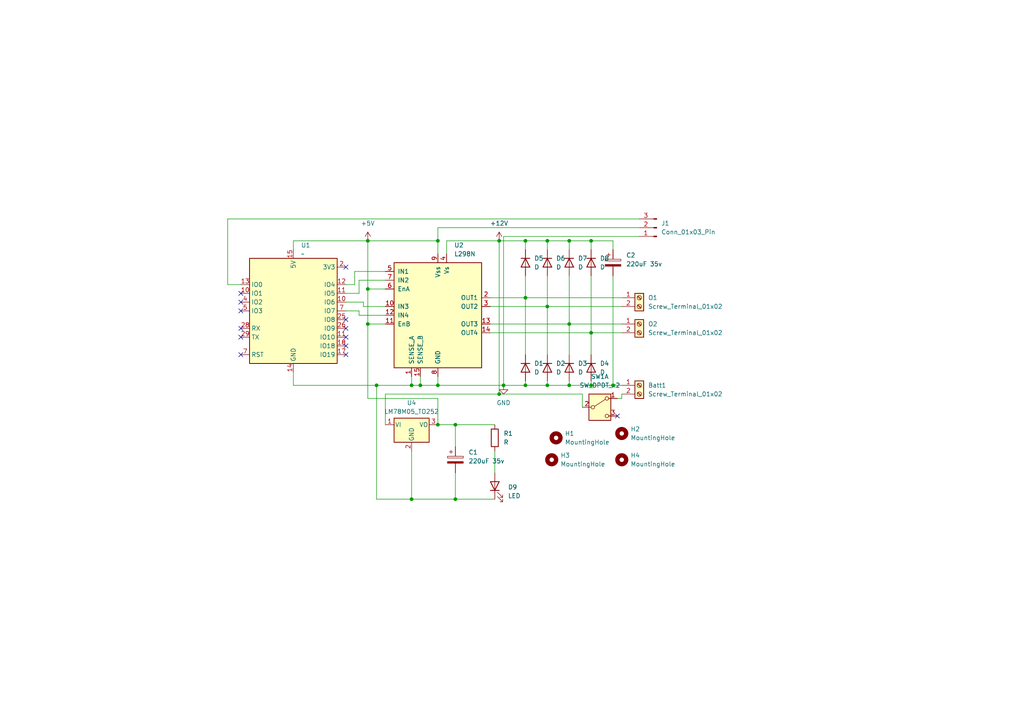
<source format=kicad_sch>
(kicad_sch (version 20231120) (generator "eeschema") (generator_version "8.0")
  (paper "A4")
  (lib_symbols
    (symbol "Connector:Conn_01x03_Pin" (pin_names (offset 1.016) hide)
      (property "Reference" "J" (at 0 5.08 0))
      (property "Value" "Conn_01x03_Pin" (at 0 -5.08 0))
      (symbol "Conn_01x03_Pin_1_1"
        (polyline (pts (xy 1.27 -2.54) (xy 0.8636 -2.54)) (stroke (width 0.1524)))
        (polyline (pts (xy 1.27 0) (xy 0.8636 0)) (stroke (width 0.1524)))
        (polyline (pts (xy 1.27 2.54) (xy 0.8636 2.54)) (stroke (width 0.1524)))
        (rectangle (start 0.8636 -2.413) (end 0 -2.667) (stroke (width 0.1524)) (fill (type outline)))
        (rectangle (start 0.8636 0.127) (end 0 -0.127) (stroke (width 0.1524)) (fill (type outline)))
        (rectangle (start 0.8636 2.667) (end 0 2.413) (stroke (width 0.1524)) (fill (type outline)))
        (pin passive line (at 5.08 2.54 180) (length 3.81) (name "Pin_1") (number "1"))
        (pin passive line (at 5.08 0 180) (length 3.81) (name "Pin_2") (number "2"))
        (pin passive line (at 5.08 -2.54 180) (length 3.81) (name "Pin_3") (number "3"))
      )
    )
    (symbol "Connector:Screw_Terminal_01x02" (pin_names (offset 1.016) hide)
      (property "Reference" "J" (at 0 2.54 0))
      (property "Value" "Screw_Terminal_01x02" (at 0 -5.08 0))
      (symbol "Screw_Terminal_01x02_1_1"
        (rectangle (start -1.27 1.27) (end 1.27 -3.81) (stroke (width 0.254)) (fill (type background)))
        (circle (center 0 -2.54) (radius 0.635) (stroke (width 0.1524)))
        (polyline (pts (xy -0.5334 -2.2098) (xy 0.3302 -3.048)) (stroke (width 0.1524)))
        (polyline (pts (xy -0.5334 0.3302) (xy 0.3302 -0.508)) (stroke (width 0.1524)))
        (polyline (pts (xy -0.3556 -2.032) (xy 0.508 -2.8702)) (stroke (width 0.1524)))
        (polyline (pts (xy -0.3556 0.508) (xy 0.508 -0.3302)) (stroke (width 0.1524)))
        (circle (center 0 0) (radius 0.635) (stroke (width 0.1524)))
        (pin passive line (at -5.08 0 0) (length 3.81) (name "Pin_1") (number "1"))
        (pin passive line (at -5.08 -2.54 0) (length 3.81) (name "Pin_2") (number "2"))
      )
    )
    (symbol "Device:C_Polarized" (pin_numbers hide) (pin_names (offset 0.254))
      (property "Reference" "C" (at 0.635 2.54 0))
      (property "Value" "C_Polarized" (at 0.635 -2.54 0))
      (symbol "C_Polarized_0_1"
        (rectangle (start -2.286 0.508) (end 2.286 1.016))
        (polyline (pts (xy -1.778 2.286) (xy -0.762 2.286)))
        (polyline (pts (xy -1.27 2.794) (xy -1.27 1.778)))
        (rectangle (start 2.286 -0.508) (end -2.286 -1.016) (fill (type outline)))
      )
      (symbol "C_Polarized_1_1"
        (pin passive line (at 0 3.81 270) (length 2.794) (name "~") (number "1"))
        (pin passive line (at 0 -3.81 90) (length 2.794) (name "~") (number "2"))
      )
    )
    (symbol "Device:D" (pin_numbers hide) (pin_names (offset 1.016) hide)
      (property "Reference" "D" (at 0 2.54 0))
      (property "Value" "D" (at 0 -2.54 0))
      (symbol "D_0_1"
        (polyline (pts (xy -1.27 1.27) (xy -1.27 -1.27)) (stroke (width 0.254)))
        (polyline (pts (xy 1.27 0) (xy -1.27 0)))
        (polyline (pts (xy 1.27 1.27) (xy 1.27 -1.27) (xy -1.27 0) (xy 1.27 1.27)) (stroke (width 0.254)))
      )
      (symbol "D_1_1"
        (pin passive line (at -3.81 0 0) (length 2.54) (name "K") (number "1"))
        (pin passive line (at 3.81 0 180) (length 2.54) (name "A") (number "2"))
      )
    )
    (symbol "Device:LED" (pin_numbers hide) (pin_names (offset 1.016) hide)
      (property "Reference" "D" (at 0 2.54 0))
      (property "Value" "LED" (at 0 -2.54 0))
      (symbol "LED_0_1"
        (polyline (pts (xy -1.27 -1.27) (xy -1.27 1.27)) (stroke (width 0.254)))
        (polyline (pts (xy -1.27 0) (xy 1.27 0)))
        (polyline (pts (xy 1.27 -1.27) (xy 1.27 1.27) (xy -1.27 0) (xy 1.27 -1.27)) (stroke (width 0.254)))
        (polyline (pts (xy -3.048 -0.762) (xy -4.572 -2.286) (xy -3.81 -2.286) (xy -4.572 -2.286) (xy -4.572 -1.524)))
        (polyline (pts (xy -1.778 -0.762) (xy -3.302 -2.286) (xy -2.54 -2.286) (xy -3.302 -2.286) (xy -3.302 -1.524)))
      )
      (symbol "LED_1_1"
        (pin passive line (at -3.81 0 0) (length 2.54) (name "K") (number "1"))
        (pin passive line (at 3.81 0 180) (length 2.54) (name "A") (number "2"))
      )
    )
    (symbol "Device:R" (pin_numbers hide) (pin_names (offset 0))
      (property "Reference" "R" (at 2.032 0 90))
      (property "Value" "R" (at 0 0 90))
      (symbol "R_0_1"
        (rectangle (start -1.016 -2.54) (end 1.016 2.54) (stroke (width 0.254)))
      )
      (symbol "R_1_1"
        (pin passive line (at 0 3.81 270) (length 1.27) (name "~") (number "1"))
        (pin passive line (at 0 -3.81 90) (length 1.27) (name "~") (number "2"))
      )
    )
    (symbol "Driver_Motor:L298N" (pin_names (offset 1.016))
      (property "Reference" "U" (at -10.16 16.51 0))
      (property "Value" "L298N" (at 12.7 16.51 0))
      (symbol "L298N_0_1"
        (rectangle (start -12.7 15.24) (end 12.7 -15.24) (stroke (width 0.254)) (fill (type background)))
      )
      (symbol "L298N_1_1"
        (pin power_in line (at -7.62 -17.78 90) (length 2.54) (name "SENSE_A") (number "1"))
        (pin input line (at -15.24 2.54 0) (length 2.54) (name "IN3") (number "10"))
        (pin input line (at -15.24 -2.54 0) (length 2.54) (name "EnB") (number "11"))
        (pin input line (at -15.24 0 0) (length 2.54) (name "IN4") (number "12"))
        (pin output line (at 15.24 -2.54 180) (length 2.54) (name "OUT3") (number "13"))
        (pin output line (at 15.24 -5.08 180) (length 2.54) (name "OUT4") (number "14"))
        (pin power_in line (at -5.08 -17.78 90) (length 2.54) (name "SENSE_B") (number "15"))
        (pin output line (at 15.24 5.08 180) (length 2.54) (name "OUT1") (number "2"))
        (pin output line (at 15.24 2.54 180) (length 2.54) (name "OUT2") (number "3"))
        (pin power_in line (at 2.54 17.78 270) (length 2.54) (name "Vs") (number "4"))
        (pin input line (at -15.24 12.7 0) (length 2.54) (name "IN1") (number "5"))
        (pin input line (at -15.24 7.62 0) (length 2.54) (name "EnA") (number "6"))
        (pin input line (at -15.24 10.16 0) (length 2.54) (name "IN2") (number "7"))
        (pin power_in line (at 0 -17.78 90) (length 2.54) (name "GND") (number "8"))
        (pin power_in line (at 0 17.78 270) (length 2.54) (name "Vss") (number "9"))
      )
    )
    (symbol "Mechanical:MountingHole" (pin_names (offset 1.016)) (exclude_from_sim yes) (in_bom no)
      (property "Reference" "H" (at 0 5.08 0))
      (property "Value" "MountingHole" (at 0 3.175 0))
      (symbol "MountingHole_0_1"
        (circle (center 0 0) (radius 1.27) (stroke (width 1.27)))
      )
    )
    (symbol "RF_Module:espevkit132"
      (property "Reference" "U1" (at 17.4341 31.75 0))
      (property "Value" "~" (at 17.4341 29.21 0))
      (symbol "espevkit132_1_1"
        (rectangle (start 2.54 27.94) (end 27.94 -2.54) (stroke (width 0.254)) (fill (type background)))
        (pin bidirectional line (at 0 17.78 0) (length 2.54) (name "IO1") (number "10"))
        (pin bidirectional line (at 30.48 15.24 180) (length 2.54) (name "IO6") (number "10"))
        (pin bidirectional line (at 30.48 5.08 180) (length 2.54) (name "IO10") (number "11"))
        (pin bidirectional line (at 30.48 17.78 180) (length 2.54) (name "IO5") (number "11"))
        (pin bidirectional line (at 30.48 20.32 180) (length 2.54) (name "IO4") (number "12"))
        (pin bidirectional line (at 0 20.32 0) (length 2.54) (name "IO0") (number "13"))
        (pin power_in line (at 15.24 -5.08 90) (length 2.54) (name "GND") (number "14"))
        (pin passive line (at 15.24 30.48 270) (length 2.54) (name "5V") (number "15"))
        (pin bidirectional line (at 30.48 0 180) (length 2.54) (name "IO19") (number "17"))
        (pin bidirectional line (at 30.48 2.54 180) (length 2.54) (name "IO18") (number "18"))
        (pin power_out line (at 30.48 25.4 180) (length 2.54) (name "3V3") (number "2"))
        (pin bidirectional line (at 30.48 10.16 180) (length 2.54) (name "IO8") (number "25"))
        (pin bidirectional line (at 30.48 7.62 180) (length 2.54) (name "IO9") (number "26"))
        (pin input line (at 0 7.62 0) (length 2.54) (name "RX") (number "28"))
        (pin output line (at 0 5.08 0) (length 2.54) (name "TX") (number "29"))
        (pin passive line (at 30.48 25.4 180) (length 2.54) hide (name "3V3") (number "3"))
        (pin bidirectional line (at 0 15.24 0) (length 2.54) (name "IO2") (number "4"))
        (pin bidirectional line (at 0 12.7 0) (length 2.54) (name "IO3") (number "5"))
        (pin bidirectional line (at 30.48 12.7 180) (length 2.54) (name "IO7") (number "7"))
        (pin input line (at 0 0 0) (length 2.54) (name "RST") (number "7"))
      )
    )
    (symbol "Regulator_Linear:LM78M05_TO252" (pin_names (offset 0.254))
      (property "Reference" "U" (at -3.81 3.175 0))
      (property "Value" "LM78M05_TO252" (at 0 3.175 0))
      (symbol "LM78M05_TO252_0_1"
        (rectangle (start -5.08 1.905) (end 5.08 -5.08) (stroke (width 0.254)) (fill (type background)))
      )
      (symbol "LM78M05_TO252_1_1"
        (pin power_in line (at -7.62 0 0) (length 2.54) (name "VI") (number "1"))
        (pin power_in line (at 0 -7.62 90) (length 2.54) (name "GND") (number "2"))
        (pin power_out line (at 7.62 0 180) (length 2.54) (name "VO") (number "3"))
      )
    )
    (symbol "Switch:SW_DPDT_x2" (pin_names (offset 0) hide)
      (property "Reference" "SW" (at 0 5.08 0))
      (property "Value" "SW_DPDT_x2" (at 0 -5.08 0))
      (symbol "SW_DPDT_x2_0_0"
        (circle (center -2.032 0) (radius 0.508))
        (circle (center 2.032 -2.54) (radius 0.508))
      )
      (symbol "SW_DPDT_x2_0_1"
        (rectangle (start -3.175 3.81) (end 3.175 -3.81) (stroke (width 0.254)) (fill (type background)))
        (polyline (pts (xy -1.524 0.254) (xy 1.5748 2.286)))
        (circle (center 2.032 2.54) (radius 0.508))
      )
      (symbol "SW_DPDT_x2_1_1"
        (pin passive line (at 5.08 2.54 180) (length 2.54) (name "A") (number "1"))
        (pin passive line (at -5.08 0 0) (length 2.54) (name "B") (number "2"))
        (pin passive line (at 5.08 -2.54 180) (length 2.54) (name "C") (number "3"))
      )
      (symbol "SW_DPDT_x2_2_1"
        (pin passive line (at 5.08 2.54 180) (length 2.54) (name "A") (number "4"))
        (pin passive line (at -5.08 0 0) (length 2.54) (name "B") (number "5"))
        (pin passive line (at 5.08 -2.54 180) (length 2.54) (name "C") (number "6"))
      )
    )
    (symbol "power:+12V" (power) (pin_numbers hide) (pin_names (offset 0) hide)
      (property "Value" "+12V" (at 0 3.556 0))
      (symbol "+12V_0_1"
        (polyline (pts (xy -0.762 1.27) (xy 0 2.54)))
        (polyline (pts (xy 0 0) (xy 0 2.54)))
        (polyline (pts (xy 0 2.54) (xy 0.762 1.27)))
      )
      (symbol "+12V_1_1"
        (pin power_in line (at 0 0 90) (length 0) (name "~") (number "1"))
      )
    )
    (symbol "power:+5V" (power) (pin_numbers hide) (pin_names (offset 0) hide)
      (property "Value" "+5V" (at 0 3.556 0))
      (symbol "+5V_0_1"
        (polyline (pts (xy -0.762 1.27) (xy 0 2.54)))
        (polyline (pts (xy 0 0) (xy 0 2.54)))
        (polyline (pts (xy 0 2.54) (xy 0.762 1.27)))
      )
      (symbol "+5V_1_1"
        (pin power_in line (at 0 0 90) (length 0) (name "~") (number "1"))
      )
    )
    (symbol "power:GND" (power) (pin_numbers hide) (pin_names (offset 0) hide)
      (property "Value" "GND" (at 0 -3.81 0))
      (symbol "GND_0_1"
        (polyline (pts (xy 0 0) (xy 0 -1.27) (xy 1.27 -1.27) (xy 0 -2.54) (xy -1.27 -1.27) (xy 0 -1.27)))
      )
      (symbol "GND_1_1"
        (pin power_in line (at 0 0 270) (length 0) (name "~") (number "1"))
      )
    )
  )
  (junction (at 106.68 83.82))
  (junction (at 144.78 114.3))
  (junction (at 158.75 111.76))
  (junction (at 177.8 111.76))
  (junction (at 127 69.85))
  (junction (at 121.92 111.76))
  (junction (at 152.4 69.85))
  (junction (at 132.08 144.78))
  (junction (at 119.38 144.78))
  (junction (at 165.1 93.98))
  (junction (at 158.75 69.85))
  (junction (at 171.45 111.76))
  (junction (at 152.4 111.76))
  (junction (at 165.1 111.76))
  (junction (at 146.05 111.76))
  (junction (at 119.38 111.76))
  (junction (at 106.68 93.98))
  (junction (at 109.22 111.76))
  (junction (at 152.4 86.36))
  (junction (at 171.45 96.52))
  (junction (at 144.78 69.85))
  (junction (at 127 111.76))
  (junction (at 158.75 88.9))
  (junction (at 165.1 69.85))
  (junction (at 127 123.19))
  (junction (at 106.68 69.85))
  (junction (at 171.45 69.85))
  (junction (at 132.08 123.19))
  (no_connect (at 100.33 102.87))
  (no_connect (at 100.33 97.79))
  (no_connect (at 100.33 92.71))
  (no_connect (at 69.85 97.79))
  (no_connect (at 69.85 95.25))
  (no_connect (at 100.33 77.47))
  (no_connect (at 179.07 120.65))
  (no_connect (at 100.33 95.25))
  (no_connect (at 69.85 90.17))
  (no_connect (at 100.33 100.33))
  (no_connect (at 69.85 87.63))
  (no_connect (at 69.85 102.87))
  (no_connect (at 69.85 85.09))
  (wire (pts (xy 165.1 111.76) (xy 158.75 111.76)))
  (wire (pts (xy 132.08 123.19) (xy 132.08 129.54)))
  (wire (pts (xy 146.05 68.58) (xy 146.05 111.76)))
  (wire (pts (xy 152.4 86.36) (xy 152.4 102.87)))
  (wire (pts (xy 171.45 111.76) (xy 165.1 111.76)))
  (wire (pts (xy 142.24 96.52) (xy 171.45 96.52)))
  (wire (pts (xy 144.78 114.3) (xy 168.91 114.3)))
  (wire (pts (xy 66.04 63.5) (xy 66.04 82.55)))
  (wire (pts (xy 152.4 86.36) (xy 180.34 86.36)))
  (wire (pts (xy 158.75 80.01) (xy 158.75 88.9)))
  (wire (pts (xy 104.14 91.44) (xy 111.76 91.44)))
  (wire (pts (xy 144.78 69.85) (xy 144.78 114.3)))
  (wire (pts (xy 143.51 144.78) (xy 132.08 144.78)))
  (wire (pts (xy 109.22 111.76) (xy 119.38 111.76)))
  (wire (pts (xy 119.38 111.76) (xy 121.92 111.76)))
  (wire (pts (xy 171.45 80.01) (xy 171.45 96.52)))
  (wire (pts (xy 171.45 69.85) (xy 177.8 69.85)))
  (wire (pts (xy 165.1 69.85) (xy 165.1 72.39)))
  (wire (pts (xy 85.09 72.39) (xy 85.09 69.85)))
  (wire (pts (xy 158.75 111.76) (xy 152.4 111.76)))
  (wire (pts (xy 158.75 88.9) (xy 180.34 88.9)))
  (wire (pts (xy 104.14 90.17) (xy 104.14 91.44)))
  (wire (pts (xy 106.68 69.85) (xy 106.68 83.82)))
  (wire (pts (xy 105.41 88.9) (xy 111.76 88.9)))
  (wire (pts (xy 185.42 63.5) (xy 66.04 63.5)))
  (wire (pts (xy 111.76 114.3) (xy 111.76 123.19)))
  (wire (pts (xy 129.54 69.85) (xy 144.78 69.85)))
  (wire (pts (xy 104.14 81.28) (xy 111.76 81.28)))
  (wire (pts (xy 106.68 93.98) (xy 111.76 93.98)))
  (wire (pts (xy 171.45 69.85) (xy 171.45 72.39)))
  (wire (pts (xy 121.92 109.22) (xy 121.92 111.76)))
  (wire (pts (xy 143.51 130.81) (xy 143.51 137.16)))
  (wire (pts (xy 109.22 144.78) (xy 119.38 144.78)))
  (wire (pts (xy 127 115.57) (xy 127 123.19)))
  (wire (pts (xy 158.75 69.85) (xy 158.75 72.39)))
  (wire (pts (xy 106.68 115.57) (xy 127 115.57)))
  (wire (pts (xy 129.54 69.85) (xy 129.54 73.66)))
  (wire (pts (xy 171.45 110.49) (xy 171.45 111.76)))
  (wire (pts (xy 152.4 69.85) (xy 152.4 72.39)))
  (wire (pts (xy 102.87 78.74) (xy 111.76 78.74)))
  (wire (pts (xy 177.8 80.01) (xy 177.8 111.76)))
  (wire (pts (xy 152.4 110.49) (xy 152.4 111.76)))
  (wire (pts (xy 127 69.85) (xy 127 73.66)))
  (wire (pts (xy 165.1 93.98) (xy 180.34 93.98)))
  (wire (pts (xy 168.91 118.11) (xy 168.91 114.3)))
  (wire (pts (xy 119.38 130.81) (xy 119.38 144.78)))
  (wire (pts (xy 127 69.85) (xy 127 66.04)))
  (wire (pts (xy 132.08 123.19) (xy 143.51 123.19)))
  (wire (pts (xy 165.1 80.01) (xy 165.1 93.98)))
  (wire (pts (xy 180.34 115.57) (xy 180.34 114.3)))
  (wire (pts (xy 171.45 96.52) (xy 180.34 96.52)))
  (wire (pts (xy 127 109.22) (xy 127 111.76)))
  (wire (pts (xy 165.1 93.98) (xy 165.1 102.87)))
  (wire (pts (xy 104.14 85.09) (xy 104.14 81.28)))
  (wire (pts (xy 152.4 69.85) (xy 158.75 69.85)))
  (wire (pts (xy 100.33 87.63) (xy 105.41 87.63)))
  (wire (pts (xy 132.08 137.16) (xy 132.08 144.78)))
  (wire (pts (xy 142.24 86.36) (xy 152.4 86.36)))
  (wire (pts (xy 144.78 69.85) (xy 152.4 69.85)))
  (wire (pts (xy 100.33 85.09) (xy 104.14 85.09)))
  (wire (pts (xy 105.41 87.63) (xy 105.41 88.9)))
  (wire (pts (xy 177.8 69.85) (xy 177.8 72.39)))
  (wire (pts (xy 109.22 144.78) (xy 109.22 111.76)))
  (wire (pts (xy 100.33 90.17) (xy 104.14 90.17)))
  (wire (pts (xy 146.05 111.76) (xy 127 111.76)))
  (wire (pts (xy 119.38 109.22) (xy 119.38 111.76)))
  (wire (pts (xy 106.68 83.82) (xy 106.68 93.98)))
  (wire (pts (xy 185.42 68.58) (xy 146.05 68.58)))
  (wire (pts (xy 102.87 82.55) (xy 102.87 78.74)))
  (wire (pts (xy 85.09 111.76) (xy 109.22 111.76)))
  (wire (pts (xy 179.07 115.57) (xy 180.34 115.57)))
  (wire (pts (xy 152.4 111.76) (xy 146.05 111.76)))
  (wire (pts (xy 127 66.04) (xy 185.42 66.04)))
  (wire (pts (xy 142.24 93.98) (xy 165.1 93.98)))
  (wire (pts (xy 127 123.19) (xy 132.08 123.19)))
  (wire (pts (xy 119.38 144.78) (xy 132.08 144.78)))
  (wire (pts (xy 158.75 69.85) (xy 165.1 69.85)))
  (wire (pts (xy 158.75 88.9) (xy 158.75 102.87)))
  (wire (pts (xy 142.24 88.9) (xy 158.75 88.9)))
  (wire (pts (xy 165.1 69.85) (xy 171.45 69.85)))
  (wire (pts (xy 180.34 111.76) (xy 177.8 111.76)))
  (wire (pts (xy 106.68 83.82) (xy 111.76 83.82)))
  (wire (pts (xy 127 111.76) (xy 121.92 111.76)))
  (wire (pts (xy 111.76 114.3) (xy 144.78 114.3)))
  (wire (pts (xy 152.4 80.01) (xy 152.4 86.36)))
  (wire (pts (xy 85.09 69.85) (xy 106.68 69.85)))
  (wire (pts (xy 66.04 82.55) (xy 69.85 82.55)))
  (wire (pts (xy 177.8 111.76) (xy 171.45 111.76)))
  (wire (pts (xy 85.09 107.95) (xy 85.09 111.76)))
  (wire (pts (xy 158.75 110.49) (xy 158.75 111.76)))
  (wire (pts (xy 106.68 69.85) (xy 127 69.85)))
  (wire (pts (xy 100.33 82.55) (xy 102.87 82.55)))
  (wire (pts (xy 106.68 93.98) (xy 106.68 115.57)))
  (wire (pts (xy 171.45 96.52) (xy 171.45 102.87)))
  (wire (pts (xy 165.1 110.49) (xy 165.1 111.76)))
  (symbol (lib_id "Device:R") (at 143.51 127 0) (unit 1)
    (property "Reference" "R1" (at 146.05 125.7299 0) (effects (justify left)))
    (property "Value" "R" (at 146.05 128.2699 0) (effects (justify left)))
    (property "Footprint" "Resistor_THT:R_Axial_DIN0204_L3.6mm_D1.6mm_P5.08mm_Horizontal" (effects (hide yes)))
    (property "Description" "Resistor" (effects (hide yes)))
  )
  (symbol (lib_id "Device:D") (at 158.75 106.68 270) (unit 1)
    (property "Reference" "D2" (at 161.29 105.4099 90) (effects (justify left)))
    (property "Value" "D" (at 161.29 107.9499 90) (effects (justify left)))
    (property "Footprint" "Diode_SMD:D_SMA" (effects (hide yes)))
    (property "Description" "Diode" (effects (hide yes)))
    (property "Sim.Device" "D" (effects (hide yes)))
    (property "Sim.Pins" "1=K 2=A" (effects (hide yes)))
  )
  (symbol (lib_id "Connector:Screw_Terminal_01x02") (at 185.42 86.36 0) (unit 1)
    (property "Reference" "O1" (at 187.96 86.3599 0) (effects (justify left)))
    (property "Value" "Screw_Terminal_01x02" (at 187.96 88.8999 0) (effects (justify left)))
    (property "Footprint" "TerminalBlock:TerminalBlock_Xinya_XY308-2.54-2P_1x02_P2.54mm_Horizontal" (effects (hide yes)))
    (property "Description" "Generic screw terminal, single row, 01x02, script generated (kicad-library-utils/schlib/autogen/connector/)" (effects (hide yes)))
  )
  (symbol (lib_id "Device:D") (at 152.4 106.68 270) (unit 1)
    (property "Reference" "D1" (at 154.94 105.4099 90) (effects (justify left)))
    (property "Value" "D" (at 154.94 107.9499 90) (effects (justify left)))
    (property "Footprint" "Diode_SMD:D_SMA" (effects (hide yes)))
    (property "Description" "Diode" (effects (hide yes)))
    (property "Sim.Device" "D" (effects (hide yes)))
    (property "Sim.Pins" "1=K 2=A" (effects (hide yes)))
  )
  (symbol (lib_id "Driver_Motor:L298N") (at 127 91.44 0) (unit 1)
    (property "Reference" "U2" (at 131.7341 71.12 0) (effects (justify left)))
    (property "Value" "L298N" (at 131.7341 73.66 0) (effects (justify left)))
    (property "Footprint" "Package_TO_SOT_THT:TO-220-15_P2.54x2.54mm_StaggerOdd_Lead4.58mm_Vertical" (effects (hide yes)))
    (property "Datasheet" "http://www.st.com/st-web-ui/static/active/en/resource/technical/document/datasheet/CD00000240.pdf" (effects (hide yes)))
    (property "Description" "Dual full bridge motor driver, up to 46V, 4A, Multiwatt15-V" (effects (hide yes)))
  )
  (symbol (lib_id "power:GND") (at 146.05 111.76 0) (unit 1)
    (property "Reference" "#PWR02" (effects (hide yes)))
    (property "Value" "GND" (at 146.05 116.84 0))
    (property "Description" "Power symbol creates a global label with name \"GND\" , ground" (effects (hide yes)))
  )
  (symbol (lib_id "Mechanical:MountingHole") (at 180.34 125.73 0) (unit 1) (exclude_from_sim yes) (in_bom no)
    (property "Reference" "H2" (at 182.88 124.4599 0) (effects (justify left)))
    (property "Value" "MountingHole" (at 182.88 126.9999 0) (effects (justify left)))
    (property "Footprint" "MountingHole:MountingHole_3.2mm_M3_Pad" (effects (hide yes)))
    (property "Description" "Mounting Hole without connection" (effects (hide yes)))
  )
  (symbol (lib_id "power:+5V") (at 106.68 69.85 0) (unit 1)
    (property "Reference" "#PWR03" (effects (hide yes)))
    (property "Value" "+5V" (at 106.68 64.77 0))
    (property "Description" "Power symbol creates a global label with name \"+5V\"" (effects (hide yes)))
  )
  (symbol (lib_id "Device:C_Polarized") (at 132.08 133.35 0) (unit 1)
    (property "Reference" "C1" (at 135.89 131.1909 0) (effects (justify left)))
    (property "Value" "220uF 35v" (at 135.89 133.7309 0) (effects (justify left)))
    (property "Footprint" "Capacitor_THT:CP_Radial_D8.0mm_P5.00mm" (effects (hide yes)))
    (property "Description" "Polarized capacitor" (effects (hide yes)))
  )
  (symbol (lib_id "Switch:SW_DPDT_x2") (at 173.99 118.11 0) (unit 1)
    (property "Reference" "SW1" (at 173.99 109.22 0))
    (property "Value" "SW_DPDT_x2" (at 173.99 111.76 0))
    (property "Footprint" "Button_Switch_THT:SW_CK_JS202011CQN_DPDT_Straight" (effects (hide yes)))
    (property "Description" "Switch, dual pole double throw, separate symbols" (effects (hide yes)))
  )
  (symbol (lib_id "Device:LED") (at 143.51 140.97 90) (unit 1)
    (property "Reference" "D9" (at 147.32 141.2874 90) (effects (justify right)))
    (property "Value" "LED" (at 147.32 143.8274 90) (effects (justify right)))
    (property "Footprint" "LED_THT:LED_D3.0mm_Clear" (effects (hide yes)))
    (property "Description" "Light emitting diode" (effects (hide yes)))
  )
  (symbol (lib_id "Device:D") (at 171.45 76.2 270) (unit 1)
    (property "Reference" "D8" (at 173.99 74.9299 90) (effects (justify left)))
    (property "Value" "D" (at 173.99 77.4699 90) (effects (justify left)))
    (property "Footprint" "Diode_SMD:D_SMA" (effects (hide yes)))
    (property "Description" "Diode" (effects (hide yes)))
    (property "Sim.Device" "D" (effects (hide yes)))
    (property "Sim.Pins" "1=K 2=A" (effects (hide yes)))
  )
  (symbol (lib_id "Device:C_Polarized") (at 177.8 76.2 0) (unit 1)
    (property "Reference" "C2" (at 181.61 74.0409 0) (effects (justify left)))
    (property "Value" "220uF 35v" (at 181.61 76.5809 0) (effects (justify left)))
    (property "Footprint" "Capacitor_THT:CP_Radial_D8.0mm_P5.00mm" (effects (hide yes)))
    (property "Description" "Polarized capacitor" (effects (hide yes)))
  )
  (symbol (lib_id "Regulator_Linear:LM78M05_TO252") (at 119.38 123.19 0) (unit 1)
    (property "Reference" "U4" (at 119.38 116.84 0))
    (property "Value" "LM78M05_TO252" (at 119.38 119.38 0))
    (property "Footprint" "Package_TO_SOT_SMD:TO-252-2" (effects (hide yes)))
    (property "Datasheet" "https://www.onsemi.com/pub/Collateral/MC78M00-D.PDF" (effects (hide yes)))
    (property "Description" "Positive 500mA 35V Linear Regulator, Fixed Output 5V, TO-252 (D-PAK)" (effects (hide yes)))
  )
  (symbol (lib_id "RF_Module:espevkit132") (at 69.85 102.87 0) (unit 1)
    (property "Reference" "U1" (at 87.2841 71.12 0) (effects (justify left)))
    (property "Value" "~" (at 87.2841 73.66 0) (effects (justify left)))
    (property "Footprint" "RF_Module:ESP32 DEVKITV1" (effects (hide yes)))
  )
  (symbol (lib_id "Connector:Screw_Terminal_01x02") (at 185.42 111.76 0) (unit 1)
    (property "Reference" "Batt1" (at 187.96 111.7599 0) (effects (justify left)))
    (property "Value" "Screw_Terminal_01x02" (at 187.96 114.2999 0) (effects (justify left)))
    (property "Footprint" "TerminalBlock:TerminalBlock_Xinya_XY308-2.54-2P_1x02_P2.54mm_Horizontal" (effects (hide yes)))
    (property "Description" "Generic screw terminal, single row, 01x02, script generated (kicad-library-utils/schlib/autogen/connector/)" (effects (hide yes)))
  )
  (symbol (lib_id "Mechanical:MountingHole") (at 161.29 127 0) (unit 1) (exclude_from_sim yes) (in_bom no)
    (property "Reference" "H1" (at 163.83 125.7299 0) (effects (justify left)))
    (property "Value" "MountingHole" (at 163.83 128.2699 0) (effects (justify left)))
    (property "Footprint" "MountingHole:MountingHole_3.2mm_M3_Pad" (effects (hide yes)))
    (property "Description" "Mounting Hole without connection" (effects (hide yes)))
  )
  (symbol (lib_id "Device:D") (at 165.1 106.68 270) (unit 1)
    (property "Reference" "D3" (at 167.64 105.4099 90) (effects (justify left)))
    (property "Value" "D" (at 167.64 107.9499 90) (effects (justify left)))
    (property "Footprint" "Diode_SMD:D_SMA" (effects (hide yes)))
    (property "Description" "Diode" (effects (hide yes)))
    (property "Sim.Device" "D" (effects (hide yes)))
    (property "Sim.Pins" "1=K 2=A" (effects (hide yes)))
  )
  (symbol (lib_id "Device:D") (at 165.1 76.2 270) (unit 1)
    (property "Reference" "D7" (at 167.64 74.9299 90) (effects (justify left)))
    (property "Value" "D" (at 167.64 77.4699 90) (effects (justify left)))
    (property "Footprint" "Diode_SMD:D_SMA" (effects (hide yes)))
    (property "Description" "Diode" (effects (hide yes)))
    (property "Sim.Device" "D" (effects (hide yes)))
    (property "Sim.Pins" "1=K 2=A" (effects (hide yes)))
  )
  (symbol (lib_id "Connector:Screw_Terminal_01x02") (at 185.42 93.98 0) (unit 1)
    (property "Reference" "O2" (at 187.96 93.9799 0) (effects (justify left)))
    (property "Value" "Screw_Terminal_01x02" (at 187.96 96.5199 0) (effects (justify left)))
    (property "Footprint" "TerminalBlock:TerminalBlock_Xinya_XY308-2.54-2P_1x02_P2.54mm_Horizontal" (effects (hide yes)))
    (property "Description" "Generic screw terminal, single row, 01x02, script generated (kicad-library-utils/schlib/autogen/connector/)" (effects (hide yes)))
  )
  (symbol (lib_id "Device:D") (at 171.45 106.68 270) (unit 1)
    (property "Reference" "D4" (at 173.99 105.4099 90) (effects (justify left)))
    (property "Value" "D" (at 173.99 107.9499 90) (effects (justify left)))
    (property "Footprint" "Diode_SMD:D_SMA" (effects (hide yes)))
    (property "Description" "Diode" (effects (hide yes)))
    (property "Sim.Device" "D" (effects (hide yes)))
    (property "Sim.Pins" "1=K 2=A" (effects (hide yes)))
  )
  (symbol (lib_id "Mechanical:MountingHole") (at 160.02 133.35 0) (unit 1) (exclude_from_sim yes) (in_bom no)
    (property "Reference" "H3" (at 162.56 132.0799 0) (effects (justify left)))
    (property "Value" "MountingHole" (at 162.56 134.6199 0) (effects (justify left)))
    (property "Footprint" "MountingHole:MountingHole_3.2mm_M3_Pad" (effects (hide yes)))
    (property "Description" "Mounting Hole without connection" (effects (hide yes)))
  )
  (symbol (lib_id "Device:D") (at 152.4 76.2 270) (unit 1)
    (property "Reference" "D5" (at 154.94 74.9299 90) (effects (justify left)))
    (property "Value" "D" (at 154.94 77.4699 90) (effects (justify left)))
    (property "Footprint" "Diode_SMD:D_SMA" (effects (hide yes)))
    (property "Description" "Diode" (effects (hide yes)))
    (property "Sim.Device" "D" (effects (hide yes)))
    (property "Sim.Pins" "1=K 2=A" (effects (hide yes)))
  )
  (symbol (lib_id "Device:D") (at 158.75 76.2 270) (unit 1)
    (property "Reference" "D6" (at 161.29 74.9299 90) (effects (justify left)))
    (property "Value" "D" (at 161.29 77.4699 90) (effects (justify left)))
    (property "Footprint" "Diode_SMD:D_SMA" (effects (hide yes)))
    (property "Description" "Diode" (effects (hide yes)))
    (property "Sim.Device" "D" (effects (hide yes)))
    (property "Sim.Pins" "1=K 2=A" (effects (hide yes)))
  )
  (symbol (lib_id "Connector:Conn_01x03_Pin") (at 190.5 66.04 180) (unit 1)
    (property "Reference" "J1" (at 191.77 64.7699 0) (effects (justify right)))
    (property "Value" "Conn_01x03_Pin" (at 191.77 67.3099 0) (effects (justify right)))
    (property "Footprint" "Connector_PinHeader_2.00mm:PinHeader_1x03_P2.00mm_Vertical" (effects (hide yes)))
    (property "Description" "Generic connector, single row, 01x03, script generated" (effects (hide yes)))
  )
  (symbol (lib_id "Mechanical:MountingHole") (at 180.34 133.35 0) (unit 1) (exclude_from_sim yes) (in_bom no)
    (property "Reference" "H4" (at 182.88 132.0799 0) (effects (justify left)))
    (property "Value" "MountingHole" (at 182.88 134.6199 0) (effects (justify left)))
    (property "Footprint" "MountingHole:MountingHole_3.2mm_M3_Pad" (effects (hide yes)))
    (property "Description" "Mounting Hole without connection" (effects (hide yes)))
  )
  (symbol (lib_id "power:+12V") (at 144.78 69.85 0) (unit 1)
    (property "Reference" "#PWR01" (effects (hide yes)))
    (property "Value" "+12V" (at 144.78 64.77 0))
    (property "Description" "Power symbol creates a global label with name \"+12V\"" (effects (hide yes)))
  )
)
</source>
